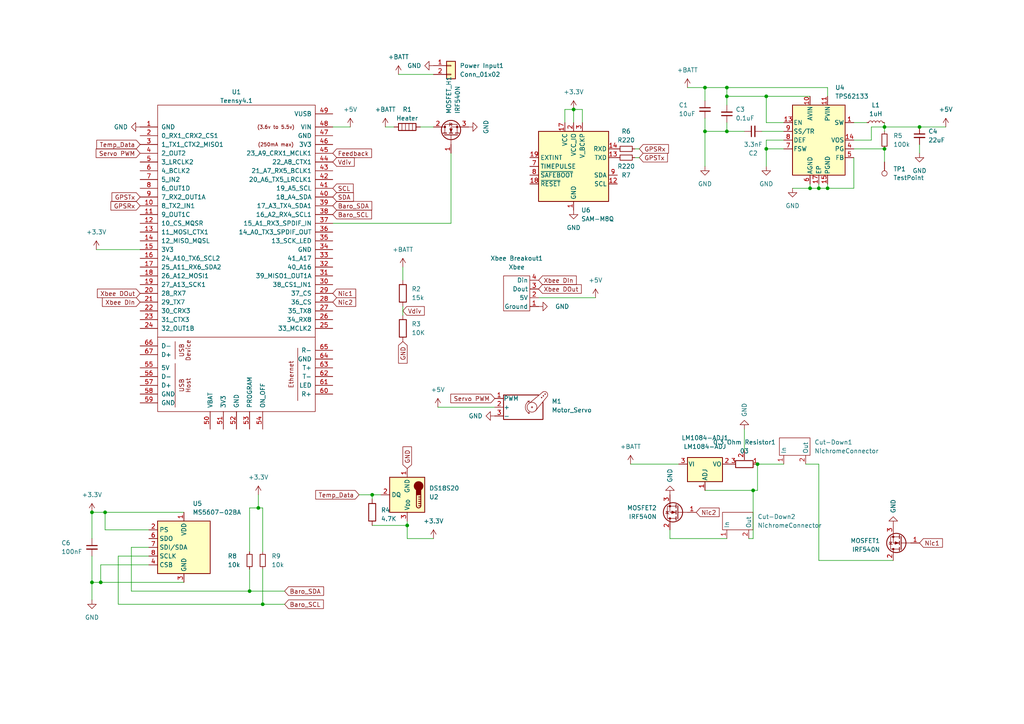
<source format=kicad_sch>
(kicad_sch (version 20230121) (generator eeschema)
  (paper "A4")
  (lib_symbols
    (symbol "Connector:TestPoint" (pin_numbers hide) (pin_names (offset 0.762) hide)
      (property "Reference" "TP" (at 0 6.858 0))
      (property "Value" "TestPoint" (at 0 5.08 0))
      (symbol "TestPoint_0_1"
        (circle (center 0 3.302) (radius 0.762))
      )
      (symbol "TestPoint_1_1"
        (pin passive line (at 0 0 90) (length 2.54) (name "1") (number "1"))
      )
    )
    (symbol "Connector_Generic:Conn_01x02" (pin_names (offset 1.016) hide)
      (property "Reference" "J" (at 0 2.54 0))
      (property "Value" "Conn_01x02" (at 0 -5.08 0))
      (symbol "Conn_01x02_1_1"
        (rectangle (start -1.27 -2.413) (end 0 -2.667) (stroke (width 0.1524)))
        (rectangle (start -1.27 0.127) (end 0 -0.127) (stroke (width 0.1524)))
        (rectangle (start -1.27 1.27) (end 1.27 -3.81) (stroke (width 0.254)) (fill (type background)))
        (pin passive line (at -5.08 0 0) (length 3.81) (name "Pin_1") (number "1"))
        (pin passive line (at -5.08 -2.54 0) (length 3.81) (name "Pin_2") (number "2"))
      )
    )
    (symbol "Device:C_Small" (pin_numbers hide) (pin_names (offset 0.254) hide)
      (property "Reference" "C" (at 0.254 1.778 0))
      (property "Value" "C_Small" (at 0.254 -2.032 0))
      (symbol "C_Small_0_1"
        (polyline (pts (xy -1.524 -0.508) (xy 1.524 -0.508)) (stroke (width 0.3302)))
        (polyline (pts (xy -1.524 0.508) (xy 1.524 0.508)) (stroke (width 0.3048)))
      )
      (symbol "C_Small_1_1"
        (pin passive line (at 0 2.54 270) (length 2.032) (name "~") (number "1"))
        (pin passive line (at 0 -2.54 90) (length 2.032) (name "~") (number "2"))
      )
    )
    (symbol "Device:Heater" (pin_numbers hide) (pin_names (offset 0))
      (property "Reference" "R" (at 2.032 0 90))
      (property "Value" "Heater" (at -2.032 0 90))
      (symbol "Heater_0_1"
        (rectangle (start -1.016 -2.54) (end 1.016 2.54) (stroke (width 0.254)))
        (polyline (pts (xy -1.016 1.524) (xy 1.016 1.524)))
        (polyline (pts (xy 1.016 -1.524) (xy -1.016 -1.524)))
        (polyline (pts (xy 1.016 -0.508) (xy -1.016 -0.508)))
        (polyline (pts (xy 1.016 0.508) (xy -1.016 0.508)))
      )
      (symbol "Heater_1_1"
        (pin passive line (at 0 3.81 270) (length 1.27) (name "~") (number "1"))
        (pin passive line (at 0 -3.81 90) (length 1.27) (name "~") (number "2"))
      )
    )
    (symbol "Device:L_Small" (pin_numbers hide) (pin_names (offset 0.254) hide)
      (property "Reference" "L" (at 0.762 1.016 0))
      (property "Value" "L_Small" (at 0.762 -1.016 0))
      (symbol "L_Small_0_1"
        (arc (start 0 -2.032) (mid 0.5058 -1.524) (end 0 -1.016))
        (arc (start 0 -1.016) (mid 0.5058 -0.508) (end 0 0))
        (arc (start 0 0) (mid 0.5058 0.508) (end 0 1.016))
        (arc (start 0 1.016) (mid 0.5058 1.524) (end 0 2.032))
      )
      (symbol "L_Small_1_1"
        (pin passive line (at 0 2.54 270) (length 0.508) (name "~") (number "1"))
        (pin passive line (at 0 -2.54 90) (length 0.508) (name "~") (number "2"))
      )
    )
    (symbol "Device:R" (pin_names (offset 0))
      (property "Reference" "R1" (at -6.35 0 90))
      (property "Value" "03" (at -3.81 0 90))
      (symbol "R_0_1"
        (rectangle (start -1.016 -2.54) (end 1.016 2.54) (stroke (width 0.254)))
      )
      (symbol "R_1_1"
        (pin passive line (at 0 3.81 270) (length 1.27) (name "~") (number "1"))
        (pin output line (at -3.81 0 0) (length 2.54) (name "") (number "2"))
        (pin passive line (at 0 -3.81 90) (length 1.27) (name "~") (number "3"))
      )
    )
    (symbol "Device:R_Small" (pin_numbers hide) (pin_names (offset 0.254) hide)
      (property "Reference" "R" (at 0.762 0.508 0))
      (property "Value" "R_Small" (at 0.762 -1.016 0))
      (symbol "R_Small_0_1"
        (rectangle (start -0.762 1.778) (end 0.762 -1.778) (stroke (width 0.2032)))
      )
      (symbol "R_Small_1_1"
        (pin passive line (at 0 2.54 270) (length 0.762) (name "~") (number "1"))
        (pin passive line (at 0 -2.54 90) (length 0.762) (name "~") (number "2"))
      )
    )
    (symbol "GHOUL:NichromeConnector"
      (property "Reference" "U" (at 0 6.35 0))
      (property "Value" "NichromeConnector" (at 0 8.89 0))
      (symbol "NichromeConnector_0_1"
        (rectangle (start -3.81 5.08) (end 5.08 0))
      )
      (symbol "NichromeConnector_1_1"
        (pin input line (at -2.54 -2.54 90) (length 2.54) (name "In") (number "1"))
        (pin input line (at 3.81 -2.54 90) (length 2.54) (name "Out") (number "2"))
      )
    )
    (symbol "GND_1" (power) (pin_names (offset 0))
      (property "Value" "GND_1" (at 0 -3.81 0))
      (symbol "GND_1_0_1"
        (polyline (pts (xy 0 0) (xy 0 -1.27) (xy 1.27 -1.27) (xy 0 -2.54) (xy -1.27 -1.27) (xy 0 -1.27)))
      )
      (symbol "GND_1_1_1"
        (pin power_in line (at 0 0 270) (length 0) hide (name "GND") (number "1"))
      )
    )
    (symbol "GND_2" (power) (pin_names (offset 0))
      (property "Value" "GND_2" (at 0 -3.81 0))
      (symbol "GND_2_0_1"
        (polyline (pts (xy 0 0) (xy 0 -1.27) (xy 1.27 -1.27) (xy 0 -2.54) (xy -1.27 -1.27) (xy 0 -1.27)))
      )
      (symbol "GND_2_1_1"
        (pin power_in line (at 0 0 270) (length 0) hide (name "GND") (number "1"))
      )
    )
    (symbol "GND_3" (power) (pin_names (offset 0))
      (property "Value" "GND_3" (at 0 -3.81 0))
      (symbol "GND_3_0_1"
        (polyline (pts (xy 0 0) (xy 0 -1.27) (xy 1.27 -1.27) (xy 0 -2.54) (xy -1.27 -1.27) (xy 0 -1.27)))
      )
      (symbol "GND_3_1_1"
        (pin power_in line (at 0 0 270) (length 0) hide (name "GND") (number "1"))
      )
    )
    (symbol "GND_4" (power) (pin_names (offset 0))
      (property "Value" "GND_4" (at 0 -3.81 0))
      (symbol "GND_4_0_1"
        (polyline (pts (xy 0 0) (xy 0 -1.27) (xy 1.27 -1.27) (xy 0 -2.54) (xy -1.27 -1.27) (xy 0 -1.27)))
      )
      (symbol "GND_4_1_1"
        (pin power_in line (at 0 0 270) (length 0) hide (name "GND") (number "1"))
      )
    )
    (symbol "GND_5" (power) (pin_names (offset 0))
      (property "Value" "GND_5" (at 0 -3.81 0))
      (symbol "GND_5_0_1"
        (polyline (pts (xy 0 0) (xy 0 -1.27) (xy 1.27 -1.27) (xy 0 -2.54) (xy -1.27 -1.27) (xy 0 -1.27)))
      )
      (symbol "GND_5_1_1"
        (pin power_in line (at 0 0 270) (length 0) hide (name "GND") (number "1"))
      )
    )
    (symbol "GND_6" (power) (pin_names (offset 0))
      (property "Value" "GND_6" (at 0 -3.81 0))
      (symbol "GND_6_0_1"
        (polyline (pts (xy 0 0) (xy 0 -1.27) (xy 1.27 -1.27) (xy 0 -2.54) (xy -1.27 -1.27) (xy 0 -1.27)))
      )
      (symbol "GND_6_1_1"
        (pin power_in line (at 0 0 270) (length 0) hide (name "GND") (number "1"))
      )
    )
    (symbol "Motor:Motor_Servo" (pin_names (offset 0.0254))
      (property "Reference" "M" (at -5.08 4.445 0))
      (property "Value" "Motor_Servo" (at -5.08 -4.064 0))
      (symbol "Motor_Servo_0_1"
        (polyline (pts (xy 2.413 -1.778) (xy 2.032 -1.778)))
        (polyline (pts (xy 2.413 -1.778) (xy 2.286 -1.397)))
        (polyline (pts (xy 2.413 1.778) (xy 1.905 1.778)))
        (polyline (pts (xy 2.413 1.778) (xy 2.286 1.397)))
        (polyline (pts (xy 6.35 4.445) (xy 2.54 1.27)))
        (polyline (pts (xy 7.62 3.175) (xy 4.191 -1.016)))
        (polyline (pts (xy 5.08 3.556) (xy -5.08 3.556) (xy -5.08 -3.556) (xy 6.35 -3.556) (xy 6.35 1.524)) (stroke (width 0.254)))
        (arc (start 2.413 1.778) (mid 1.2406 0) (end 2.413 -1.778))
        (circle (center 3.175 0) (radius 0.1778))
        (circle (center 3.175 0) (radius 1.4224))
        (circle (center 5.969 2.794) (radius 0.127))
        (circle (center 6.477 3.302) (radius 0.127))
        (circle (center 6.985 3.81) (radius 0.127))
        (arc (start 7.62 3.175) (mid 7.4485 4.2735) (end 6.35 4.445))
      )
      (symbol "Motor_Servo_1_1"
        (pin passive line (at -7.62 2.54 0) (length 2.54) (name "PWM") (number "1"))
        (pin passive line (at -7.62 0 0) (length 2.54) (name "+") (number "2"))
        (pin passive line (at -7.62 -2.54 0) (length 2.54) (name "-") (number "3"))
      )
    )
    (symbol "RF_GPS:SAM-M8Q"
      (property "Reference" "U" (at -8.89 11.43 0))
      (property "Value" "SAM-M8Q" (at 8.89 11.43 0))
      (symbol "SAM-M8Q_0_1"
        (rectangle (start -10.16 10.16) (end 10.16 -10.16) (stroke (width 0.254)) (fill (type background)))
      )
      (symbol "SAM-M8Q_1_1"
        (pin power_in line (at 0 -12.7 90) (length 2.54) (name "GND") (number "1"))
        (pin passive line (at 0 -12.7 90) (length 2.54) hide (name "GND") (number "10"))
        (pin passive line (at 0 -12.7 90) (length 2.54) hide (name "GND") (number "11"))
        (pin input line (at 12.7 -5.08 180) (length 2.54) (name "SCL") (number "12"))
        (pin output line (at 12.7 2.54 180) (length 2.54) (name "TXD") (number "13"))
        (pin input line (at 12.7 5.08 180) (length 2.54) (name "RXD") (number "14"))
        (pin passive line (at 0 -12.7 90) (length 2.54) hide (name "GND") (number "15"))
        (pin passive line (at 0 -12.7 90) (length 2.54) hide (name "GND") (number "16"))
        (pin power_in line (at -2.54 12.7 270) (length 2.54) (name "VCC") (number "17"))
        (pin input line (at -12.7 -5.08 0) (length 2.54) (name "~{RESET}") (number "18"))
        (pin input line (at -12.7 2.54 0) (length 2.54) (name "EXTINT") (number "19"))
        (pin power_in line (at 0 12.7 270) (length 2.54) (name "VCC_IO") (number "2"))
        (pin passive line (at 0 -12.7 90) (length 2.54) hide (name "GND") (number "20"))
        (pin power_in line (at 2.54 12.7 270) (length 2.54) (name "V_BCKP") (number "3"))
        (pin passive line (at 0 -12.7 90) (length 2.54) hide (name "GND") (number "4"))
        (pin passive line (at 0 -12.7 90) (length 2.54) hide (name "GND") (number "5"))
        (pin passive line (at 0 -12.7 90) (length 2.54) hide (name "GND") (number "6"))
        (pin output line (at -12.7 0 0) (length 2.54) (name "TIMEPULSE") (number "7"))
        (pin input line (at -12.7 -2.54 0) (length 2.54) (name "~{SAFEBOOT}") (number "8"))
        (pin bidirectional line (at 12.7 -2.54 180) (length 2.54) (name "SDA") (number "9"))
      )
    )
    (symbol "R_1" (pin_numbers hide) (pin_names (offset 0))
      (property "Reference" "R" (at 2.032 0 90))
      (property "Value" "R" (at 0 0 90))
      (symbol "R_1_0_1"
        (rectangle (start -1.016 -2.54) (end 1.016 2.54) (stroke (width 0.254)))
      )
      (symbol "R_1_1_1"
        (pin passive line (at 0 3.81 270) (length 1.27) (name "~") (number "1"))
        (pin passive line (at 0 -3.81 90) (length 1.27) (name "~") (number "2"))
      )
    )
    (symbol "R_2" (pin_numbers hide) (pin_names (offset 0))
      (property "Reference" "R" (at 2.032 0 90))
      (property "Value" "R" (at 0 0 90))
      (symbol "R_2_0_1"
        (rectangle (start -1.016 -2.54) (end 1.016 2.54) (stroke (width 0.254)))
      )
      (symbol "R_2_1_1"
        (pin passive line (at 0 3.81 270) (length 1.27) (name "~") (number "1"))
        (pin passive line (at 0 -3.81 90) (length 1.27) (name "~") (number "2"))
      )
    )
    (symbol "Regulator_Linear:LM1084-ADJ" (pin_names (offset 0.254))
      (property "Reference" "U" (at -3.81 3.175 0))
      (property "Value" "LM1084-ADJ" (at 0 3.175 0))
      (symbol "LM1084-ADJ_0_1"
        (rectangle (start -5.08 1.905) (end 5.08 -5.08) (stroke (width 0.254)) (fill (type background)))
      )
      (symbol "LM1084-ADJ_1_1"
        (pin input line (at 0 -7.62 90) (length 2.54) (name "ADJ") (number "1"))
        (pin power_out line (at 7.62 0 180) (length 2.54) (name "VO") (number "2"))
        (pin power_in line (at -7.62 0 0) (length 2.54) (name "VI") (number "3"))
      )
    )
    (symbol "Regulator_Switching:TPS62133" (pin_names (offset 0.254))
      (property "Reference" "U" (at 3.81 13.97 0))
      (property "Value" "TPS62133" (at 3.81 11.43 0))
      (symbol "TPS62133_0_1"
        (rectangle (start -7.62 10.16) (end 7.62 -10.16) (stroke (width 0.254)) (fill (type background)))
      )
      (symbol "TPS62133_1_1"
        (pin output line (at 10.16 5.08 180) (length 2.54) (name "SW") (number "1"))
        (pin power_in line (at -2.54 12.7 270) (length 2.54) (name "AVIN") (number "10"))
        (pin power_in line (at 2.54 12.7 270) (length 2.54) (name "PVIN") (number "11"))
        (pin passive line (at 2.54 12.7 270) (length 2.54) hide (name "PVIN") (number "12"))
        (pin input line (at -10.16 5.08 0) (length 2.54) (name "EN") (number "13"))
        (pin input line (at 10.16 0 180) (length 2.54) (name "VOS") (number "14"))
        (pin power_in line (at 2.54 -12.7 90) (length 2.54) (name "PGND") (number "15"))
        (pin passive line (at 2.54 -12.7 90) (length 2.54) hide (name "PGND") (number "16"))
        (pin power_in line (at 0 -12.7 90) (length 2.54) (name "EP") (number "17"))
        (pin passive line (at 10.16 5.08 180) (length 2.54) hide (name "SW") (number "2"))
        (pin passive line (at 10.16 5.08 180) (length 2.54) hide (name "SW") (number "3"))
        (pin open_collector line (at 10.16 -2.54 180) (length 2.54) (name "PG") (number "4"))
        (pin input line (at 10.16 -5.08 180) (length 2.54) (name "FB") (number "5"))
        (pin power_in line (at -2.54 -12.7 90) (length 2.54) (name "AGND") (number "6"))
        (pin input line (at -10.16 -2.54 0) (length 2.54) (name "FSW") (number "7"))
        (pin input line (at -10.16 0 0) (length 2.54) (name "DEF") (number "8"))
        (pin input line (at -10.16 2.54 0) (length 2.54) (name "SS/TR") (number "9"))
      )
    )
    (symbol "Sensor_Pressure:MS5607-02BA"
      (property "Reference" "U" (at -6.35 8.89 0))
      (property "Value" "MS5607-02BA" (at 7.62 8.89 0))
      (symbol "MS5607-02BA_0_1"
        (rectangle (start -7.62 7.62) (end 7.62 -7.62) (stroke (width 0.254)) (fill (type background)))
      )
      (symbol "MS5607-02BA_1_1"
        (pin power_in line (at 0 10.16 270) (length 2.54) (name "VDD") (number "1"))
        (pin input line (at -10.16 5.08 0) (length 2.54) (name "PS") (number "2"))
        (pin power_in line (at 0 -10.16 90) (length 2.54) (name "GND") (number "3"))
        (pin input line (at -10.16 -5.08 0) (length 2.54) (name "CSB") (number "4"))
        (pin input line (at -10.16 -5.08 0) (length 2.54) hide (name "CSB") (number "5"))
        (pin output line (at -10.16 2.54 0) (length 2.54) (name "SDO") (number "6"))
        (pin bidirectional line (at -10.16 0 0) (length 2.54) (name "SDI/SDA") (number "7"))
        (pin input line (at -10.16 -2.54 0) (length 2.54) (name "SCLK") (number "8"))
      )
    )
    (symbol "Sensor_Temperature:DS18S20"
      (property "Reference" "U" (at -3.81 6.35 0))
      (property "Value" "DS18S20" (at 6.35 6.35 0))
      (symbol "DS18S20_0_1"
        (rectangle (start -5.08 5.08) (end 5.08 -5.08) (stroke (width 0.254)) (fill (type background)))
        (circle (center -3.302 -2.54) (radius 1.27) (stroke (width 0.254)) (fill (type outline)))
        (rectangle (start -2.667 -1.905) (end -3.937 0) (stroke (width 0.254)) (fill (type outline)))
        (arc (start -2.667 3.175) (mid -3.302 3.8073) (end -3.937 3.175) (stroke (width 0.254)))
        (polyline (pts (xy -3.937 0.635) (xy -3.302 0.635)) (stroke (width 0.254)))
        (polyline (pts (xy -3.937 1.27) (xy -3.302 1.27)) (stroke (width 0.254)))
        (polyline (pts (xy -3.937 1.905) (xy -3.302 1.905)) (stroke (width 0.254)))
        (polyline (pts (xy -3.937 2.54) (xy -3.302 2.54)) (stroke (width 0.254)))
        (polyline (pts (xy -3.937 3.175) (xy -3.937 0)) (stroke (width 0.254)))
        (polyline (pts (xy -3.937 3.175) (xy -3.302 3.175)) (stroke (width 0.254)))
        (polyline (pts (xy -2.667 3.175) (xy -2.667 0)) (stroke (width 0.254)))
      )
      (symbol "DS18S20_1_1"
        (pin power_in line (at 0 -7.62 90) (length 2.54) (name "GND") (number "1"))
        (pin bidirectional line (at 7.62 0 180) (length 2.54) (name "DQ") (number "2"))
        (pin power_in line (at 0 7.62 270) (length 2.54) (name "V_{DD}") (number "3"))
      )
    )
    (symbol "Transistor_FET:IRF540N" (pin_names hide)
      (property "Reference" "Q" (at 6.35 1.905 0))
      (property "Value" "IRF540N" (at 6.35 0 0))
      (symbol "IRF540N_0_1"
        (polyline (pts (xy 0.254 0) (xy -2.54 0)))
        (polyline (pts (xy 0.254 1.905) (xy 0.254 -1.905)) (stroke (width 0.254)))
        (polyline (pts (xy 0.762 -1.27) (xy 0.762 -2.286)) (stroke (width 0.254)))
        (polyline (pts (xy 0.762 0.508) (xy 0.762 -0.508)) (stroke (width 0.254)))
        (polyline (pts (xy 0.762 2.286) (xy 0.762 1.27)) (stroke (width 0.254)))
        (polyline (pts (xy 2.54 2.54) (xy 2.54 1.778)))
        (polyline (pts (xy 2.54 -2.54) (xy 2.54 0) (xy 0.762 0)))
        (polyline (pts (xy 0.762 -1.778) (xy 3.302 -1.778) (xy 3.302 1.778) (xy 0.762 1.778)))
        (polyline (pts (xy 1.016 0) (xy 2.032 0.381) (xy 2.032 -0.381) (xy 1.016 0)) (fill (type outline)))
        (polyline (pts (xy 2.794 0.508) (xy 2.921 0.381) (xy 3.683 0.381) (xy 3.81 0.254)))
        (polyline (pts (xy 3.302 0.381) (xy 2.921 -0.254) (xy 3.683 -0.254) (xy 3.302 0.381)))
        (circle (center 1.651 0) (radius 2.794) (stroke (width 0.254)))
        (circle (center 2.54 -1.778) (radius 0.254) (fill (type outline)))
        (circle (center 2.54 1.778) (radius 0.254) (fill (type outline)))
      )
      (symbol "IRF540N_1_1"
        (pin input line (at -5.08 0 0) (length 2.54) (name "G") (number "1"))
        (pin passive line (at 2.54 5.08 270) (length 2.54) (name "D") (number "2"))
        (pin passive line (at 2.54 -5.08 90) (length 2.54) (name "S") (number "3"))
      )
    )
    (symbol "Xbee_1"
      (property "Reference" "U" (at 0 11.43 0))
      (property "Value" "Xbee_1" (at 0 8.89 0))
      (symbol "Xbee_1_0_1"
        (rectangle (start -3.81 5.08) (end 3.81 -5.08))
      )
      (symbol "Xbee_1_1_1"
        (pin input line (at -6.35 3.81 0) (length 2.54) (name "Ground") (number "1"))
        (pin input line (at -6.35 1.27 0) (length 2.54) (name "5V") (number "2"))
        (pin input line (at -6.35 -1.27 0) (length 2.54) (name "Dout") (number "3"))
        (pin input line (at -6.35 -3.81 0) (length 2.54) (name "Din") (number "4"))
      )
    )
    (symbol "power:+3.3V" (power) (pin_names (offset 0))
      (property "Value" "+3.3V" (at 0 3.556 0))
      (symbol "+3.3V_0_1"
        (polyline (pts (xy -0.762 1.27) (xy 0 2.54)))
        (polyline (pts (xy 0 0) (xy 0 2.54)))
        (polyline (pts (xy 0 2.54) (xy 0.762 1.27)))
      )
      (symbol "+3.3V_1_1"
        (pin power_in line (at 0 0 90) (length 0) hide (name "+3.3V") (number "1"))
      )
    )
    (symbol "power:+5V" (power) (pin_names (offset 0))
      (property "Value" "+5V" (at 0 3.556 0))
      (symbol "+5V_0_1"
        (polyline (pts (xy -0.762 1.27) (xy 0 2.54)))
        (polyline (pts (xy 0 0) (xy 0 2.54)))
        (polyline (pts (xy 0 2.54) (xy 0.762 1.27)))
      )
      (symbol "+5V_1_1"
        (pin power_in line (at 0 0 90) (length 0) hide (name "+5V") (number "1"))
      )
    )
    (symbol "power:+BATT" (power) (pin_names (offset 0))
      (property "Value" "+BATT" (at 0 3.556 0))
      (symbol "+BATT_0_1"
        (polyline (pts (xy -0.762 1.27) (xy 0 2.54)))
        (polyline (pts (xy 0 0) (xy 0 2.54)))
        (polyline (pts (xy 0 2.54) (xy 0.762 1.27)))
      )
      (symbol "+BATT_1_1"
        (pin power_in line (at 0 0 90) (length 0) hide (name "+BATT") (number "1"))
      )
    )
    (symbol "power:GND" (power) (pin_names (offset 0))
      (property "Value" "GND" (at 0 -3.81 0))
      (symbol "GND_0_1"
        (polyline (pts (xy 0 0) (xy 0 -1.27) (xy 1.27 -1.27) (xy 0 -2.54) (xy -1.27 -1.27) (xy 0 -1.27)))
      )
      (symbol "GND_1_1"
        (pin power_in line (at 0 0 270) (length 0) hide (name "GND") (number "1"))
      )
    )
    (symbol "teensy:Teensy4.1" (pin_names (offset 1.016))
      (property "Reference" "U" (at 0 64.77 0))
      (property "Value" "Teensy4.1" (at 0 62.23 0))
      (symbol "Teensy4.1_0_0"
        (polyline (pts (xy -22.86 -6.35) (xy 22.86 -6.35)))
        (polyline (pts (xy -17.78 -26.67) (xy -17.78 -13.97)))
        (polyline (pts (xy -17.78 -7.62) (xy -17.78 -12.7)))
        (polyline (pts (xy 17.78 -9.525) (xy 17.78 -24.765)))
        (text "(250mA max)" (at 11.43 49.53 0) (effects (font (size 1.016 1.016))))
        (text "(3.6v to 5.5v)" (at 11.43 54.61 0) (effects (font (size 1.016 1.016))))
        (text "Device" (at -13.97 -10.16 900) (effects (font (size 1.27 1.27))))
        (text "Ethernet" (at 15.875 -17.145 900) (effects (font (size 1.27 1.27))))
        (text "Host" (at -13.97 -20.32 900) (effects (font (size 1.27 1.27))))
        (text "USB" (at -15.875 -20.32 900) (effects (font (size 1.27 1.27))))
        (text "USB" (at -15.875 -10.16 900) (effects (font (size 1.27 1.27))))
        (pin bidirectional line (at -27.94 31.75 0) (length 5.08) (name "8_TX2_IN1") (number "10"))
        (pin bidirectional line (at -27.94 29.21 0) (length 5.08) (name "9_OUT1C") (number "11"))
        (pin bidirectional line (at -27.94 26.67 0) (length 5.08) (name "10_CS_MQSR") (number "12"))
        (pin bidirectional line (at -27.94 24.13 0) (length 5.08) (name "11_MOSI_CTX1") (number "13"))
        (pin bidirectional line (at -27.94 21.59 0) (length 5.08) (name "12_MISO_MQSL") (number "14"))
        (pin power_in line (at -27.94 19.05 0) (length 5.08) (name "3V3") (number "15"))
        (pin bidirectional line (at -27.94 16.51 0) (length 5.08) (name "24_A10_TX6_SCL2") (number "16"))
        (pin bidirectional line (at -27.94 13.97 0) (length 5.08) (name "25_A11_RX6_SDA2") (number "17"))
        (pin bidirectional line (at -27.94 11.43 0) (length 5.08) (name "26_A12_MOSI1") (number "18"))
        (pin bidirectional line (at -27.94 8.89 0) (length 5.08) (name "27_A13_SCK1") (number "19"))
        (pin bidirectional line (at -27.94 6.35 0) (length 5.08) (name "28_RX7") (number "20"))
        (pin bidirectional line (at -27.94 3.81 0) (length 5.08) (name "29_TX7") (number "21"))
        (pin bidirectional line (at -27.94 1.27 0) (length 5.08) (name "30_CRX3") (number "22"))
        (pin bidirectional line (at -27.94 -1.27 0) (length 5.08) (name "31_CTX3") (number "23"))
        (pin bidirectional line (at -27.94 -3.81 0) (length 5.08) (name "32_OUT1B") (number "24"))
        (pin bidirectional line (at 27.94 -3.81 180) (length 5.08) (name "33_MCLK2") (number "25"))
        (pin bidirectional line (at 27.94 -1.27 180) (length 5.08) (name "34_RX8") (number "26"))
        (pin bidirectional line (at 27.94 1.27 180) (length 5.08) (name "35_TX8") (number "27"))
        (pin bidirectional line (at 27.94 3.81 180) (length 5.08) (name "36_CS") (number "28"))
        (pin bidirectional line (at 27.94 6.35 180) (length 5.08) (name "37_CS") (number "29"))
        (pin bidirectional line (at 27.94 8.89 180) (length 5.08) (name "38_CS1_IN1") (number "30"))
        (pin bidirectional line (at 27.94 11.43 180) (length 5.08) (name "39_MISO1_OUT1A") (number "31"))
        (pin bidirectional line (at 27.94 13.97 180) (length 5.08) (name "40_A16") (number "32"))
        (pin bidirectional line (at 27.94 16.51 180) (length 5.08) (name "41_A17") (number "33"))
        (pin bidirectional line (at 27.94 21.59 180) (length 5.08) (name "13_SCK_LED") (number "35"))
        (pin bidirectional line (at 27.94 24.13 180) (length 5.08) (name "14_A0_TX3_SPDIF_OUT") (number "36"))
        (pin bidirectional line (at 27.94 26.67 180) (length 5.08) (name "15_A1_RX3_SPDIF_IN") (number "37"))
        (pin bidirectional line (at 27.94 29.21 180) (length 5.08) (name "16_A2_RX4_SCL1") (number "38"))
        (pin bidirectional line (at 27.94 31.75 180) (length 5.08) (name "17_A3_TX4_SDA1") (number "39"))
        (pin bidirectional line (at 27.94 34.29 180) (length 5.08) (name "18_A4_SDA") (number "40"))
        (pin bidirectional line (at 27.94 36.83 180) (length 5.08) (name "19_A5_SCL") (number "41"))
        (pin bidirectional line (at 27.94 39.37 180) (length 5.08) (name "20_A6_TX5_LRCLK1") (number "42"))
        (pin bidirectional line (at 27.94 41.91 180) (length 5.08) (name "21_A7_RX5_BCLK1") (number "43"))
        (pin bidirectional line (at 27.94 44.45 180) (length 5.08) (name "22_A8_CTX1") (number "44"))
        (pin bidirectional line (at 27.94 46.99 180) (length 5.08) (name "23_A9_CRX1_MCLK1") (number "45"))
        (pin output line (at 27.94 49.53 180) (length 5.08) (name "3V3") (number "46"))
        (pin output line (at 27.94 52.07 180) (length 5.08) (name "GND") (number "47"))
        (pin power_in line (at 27.94 54.61 180) (length 5.08) (name "VIN") (number "48"))
        (pin power_out line (at 27.94 58.42 180) (length 5.08) (name "VUSB") (number "49"))
        (pin bidirectional line (at -27.94 44.45 0) (length 5.08) (name "3_LRCLK2") (number "5"))
        (pin power_in line (at -7.62 -33.02 90) (length 5.08) (name "VBAT") (number "50"))
        (pin power_in line (at -3.81 -33.02 90) (length 5.08) (name "3V3") (number "51"))
        (pin input line (at 0 -33.02 90) (length 5.08) (name "GND") (number "52"))
        (pin input line (at 3.81 -33.02 90) (length 5.08) (name "PROGRAM") (number "53"))
        (pin input line (at 7.62 -33.02 90) (length 5.08) (name "ON_OFF") (number "54"))
        (pin power_out line (at -27.94 -15.24 0) (length 5.08) (name "5V") (number "55"))
        (pin bidirectional line (at -27.94 -17.78 0) (length 5.08) (name "D-") (number "56"))
        (pin bidirectional line (at -27.94 -20.32 0) (length 5.08) (name "D+") (number "57"))
        (pin power_in line (at -27.94 -22.86 0) (length 5.08) (name "GND") (number "58"))
        (pin power_in line (at -27.94 -25.4 0) (length 5.08) (name "GND") (number "59"))
        (pin bidirectional line (at -27.94 41.91 0) (length 5.08) (name "4_BCLK2") (number "6"))
        (pin bidirectional line (at 27.94 -22.86 180) (length 5.08) (name "R+") (number "60"))
        (pin bidirectional line (at 27.94 -20.32 180) (length 5.08) (name "LED") (number "61"))
        (pin bidirectional line (at 27.94 -17.78 180) (length 5.08) (name "T-") (number "62"))
        (pin bidirectional line (at 27.94 -15.24 180) (length 5.08) (name "T+") (number "63"))
        (pin power_in line (at 27.94 -12.7 180) (length 5.08) (name "GND") (number "64"))
        (pin bidirectional line (at 27.94 -10.16 180) (length 5.08) (name "R-") (number "65"))
        (pin bidirectional line (at -27.94 -8.89 0) (length 5.08) (name "D-") (number "66"))
        (pin bidirectional line (at -27.94 -11.43 0) (length 5.08) (name "D+") (number "67"))
        (pin bidirectional line (at -27.94 39.37 0) (length 5.08) (name "5_IN2") (number "7"))
        (pin bidirectional line (at -27.94 36.83 0) (length 5.08) (name "6_OUT1D") (number "8"))
        (pin bidirectional line (at -27.94 34.29 0) (length 5.08) (name "7_RX2_OUT1A") (number "9"))
      )
      (symbol "Teensy4.1_0_1"
        (rectangle (start -22.86 60.96) (end 22.86 -27.94))
        (rectangle (start -20.32 -1.27) (end -20.32 -1.27))
      )
      (symbol "Teensy4.1_1_1"
        (pin power_in line (at -27.94 54.61 0) (length 5.08) (name "GND") (number "1"))
        (pin bidirectional line (at -27.94 52.07 0) (length 5.08) (name "0_RX1_CRX2_CS1") (number "2"))
        (pin bidirectional line (at -27.94 49.53 0) (length 5.08) (name "1_TX1_CTX2_MISO1") (number "3"))
        (pin power_in line (at 27.94 19.05 180) (length 5.08) (name "GND") (number "34"))
        (pin bidirectional line (at -27.94 46.99 0) (length 5.08) (name "2_OUT2") (number "4"))
      )
    )
  )
  (junction (at 74.93 147.32))
  (junction (at 222.25 43.18))
  (junction (at 204.47 25.4))
  (junction (at 222.25 27.94))
  (junction (at 210.82 27.94))
  (junction (at 29.21 168.91))
  (junction (at 218.44 142.24))
  (junction (at 240.03 54.61))
  (junction (at 166.37 31.75))
  (junction (at 256.54 43.18))
  (junction (at 72.39 171.45))
  (junction (at 256.54 36.83))
  (junction (at 234.95 54.61))
  (junction (at 26.67 168.91))
  (junction (at 210.82 25.4))
  (junction (at 204.47 38.1))
  (junction (at 210.82 38.1))
  (junction (at 237.49 54.61))
  (junction (at 266.7 36.83))
  (junction (at 118.11 152.4))
  (junction (at 26.67 148.59))
  (junction (at 219.71 134.62))
  (junction (at 76.2 175.26))
  (junction (at 30.48 148.59))
  (junction (at 107.95 143.51))
  (wire (pts (xy 204.47 38.1) (xy 204.47 48.26)))
  (wire (pts (xy 210.82 27.94) (xy 210.82 30.48)))
  (wire (pts (xy 204.47 25.4) (xy 210.82 25.4)))
  (wire (pts (xy 210.82 25.4) (xy 240.03 25.4)))
  (wire (pts (xy 26.67 161.29) (xy 26.67 168.91)))
  (wire (pts (xy 107.95 143.51) (xy 107.95 144.78)))
  (wire (pts (xy 222.25 40.64) (xy 222.25 43.18)))
  (wire (pts (xy 256.54 43.18) (xy 256.54 46.99)))
  (wire (pts (xy 194.31 156.21) (xy 210.82 156.21)))
  (wire (pts (xy 210.82 25.4) (xy 210.82 27.94)))
  (wire (pts (xy 72.39 171.45) (xy 38.1 171.45)))
  (wire (pts (xy 182.88 134.62) (xy 196.85 134.62)))
  (wire (pts (xy 247.65 43.18) (xy 256.54 43.18)))
  (wire (pts (xy 76.2 160.02) (xy 76.2 147.32)))
  (wire (pts (xy 247.65 54.61) (xy 240.03 54.61)))
  (wire (pts (xy 237.49 134.62) (xy 237.49 162.56)))
  (wire (pts (xy 237.49 134.62) (xy 233.68 134.62)))
  (wire (pts (xy 29.21 163.83) (xy 29.21 168.91)))
  (wire (pts (xy 43.18 161.29) (xy 34.29 161.29)))
  (wire (pts (xy 74.93 147.32) (xy 74.93 143.51)))
  (wire (pts (xy 27.94 72.39) (xy 40.64 72.39)))
  (wire (pts (xy 240.03 54.61) (xy 237.49 54.61)))
  (wire (pts (xy 240.03 53.34) (xy 240.03 54.61)))
  (wire (pts (xy 34.29 161.29) (xy 34.29 175.26)))
  (wire (pts (xy 72.39 165.1) (xy 72.39 171.45)))
  (wire (pts (xy 110.49 143.51) (xy 107.95 143.51)))
  (wire (pts (xy 266.7 41.91) (xy 266.7 44.45)))
  (wire (pts (xy 29.21 168.91) (xy 53.34 168.91)))
  (wire (pts (xy 222.25 27.94) (xy 222.25 35.56)))
  (wire (pts (xy 29.21 163.83) (xy 43.18 163.83)))
  (wire (pts (xy 30.48 148.59) (xy 53.34 148.59)))
  (wire (pts (xy 72.39 171.45) (xy 82.55 171.45)))
  (wire (pts (xy 256.54 36.83) (xy 256.54 35.56)))
  (wire (pts (xy 210.82 35.56) (xy 210.82 38.1)))
  (wire (pts (xy 184.15 45.72) (xy 185.42 45.72)))
  (wire (pts (xy 111.76 36.83) (xy 114.3 36.83)))
  (wire (pts (xy 259.08 162.56) (xy 237.49 162.56)))
  (wire (pts (xy 256.54 36.83) (xy 266.7 36.83)))
  (wire (pts (xy 234.95 53.34) (xy 234.95 54.61)))
  (wire (pts (xy 199.39 25.4) (xy 204.47 25.4)))
  (wire (pts (xy 43.18 158.75) (xy 38.1 158.75)))
  (wire (pts (xy 204.47 38.1) (xy 210.82 38.1)))
  (wire (pts (xy 107.95 152.4) (xy 118.11 152.4)))
  (wire (pts (xy 218.44 156.21) (xy 217.17 156.21)))
  (wire (pts (xy 76.2 175.26) (xy 76.2 165.1)))
  (wire (pts (xy 43.18 153.67) (xy 30.48 153.67)))
  (wire (pts (xy 204.47 34.29) (xy 204.47 38.1)))
  (wire (pts (xy 30.48 153.67) (xy 30.48 148.59)))
  (wire (pts (xy 237.49 53.34) (xy 237.49 54.61)))
  (wire (pts (xy 96.52 36.83) (xy 101.6 36.83)))
  (wire (pts (xy 156.21 86.36) (xy 172.72 86.36)))
  (wire (pts (xy 163.83 35.56) (xy 163.83 31.75)))
  (wire (pts (xy 26.67 168.91) (xy 29.21 168.91)))
  (wire (pts (xy 219.71 134.62) (xy 227.33 134.62)))
  (wire (pts (xy 215.9 124.46) (xy 215.9 130.81)))
  (wire (pts (xy 116.84 88.9) (xy 116.84 91.44)))
  (wire (pts (xy 247.65 35.56) (xy 251.46 35.56)))
  (wire (pts (xy 166.37 31.75) (xy 168.91 31.75)))
  (wire (pts (xy 26.67 148.59) (xy 26.67 156.21)))
  (wire (pts (xy 127 118.11) (xy 143.51 118.11)))
  (wire (pts (xy 219.71 142.24) (xy 219.71 134.62)))
  (wire (pts (xy 130.81 44.45) (xy 130.81 64.77)))
  (wire (pts (xy 240.03 25.4) (xy 240.03 27.94)))
  (wire (pts (xy 72.39 147.32) (xy 72.39 160.02)))
  (wire (pts (xy 168.91 31.75) (xy 168.91 35.56)))
  (wire (pts (xy 218.44 142.24) (xy 219.71 142.24)))
  (wire (pts (xy 104.14 143.51) (xy 107.95 143.51)))
  (wire (pts (xy 74.93 147.32) (xy 72.39 147.32)))
  (wire (pts (xy 266.7 36.83) (xy 274.32 36.83)))
  (wire (pts (xy 26.67 173.99) (xy 26.67 168.91)))
  (wire (pts (xy 76.2 175.26) (xy 82.55 175.26)))
  (wire (pts (xy 118.11 156.21) (xy 125.73 156.21)))
  (wire (pts (xy 185.42 43.18) (xy 184.15 43.18)))
  (wire (pts (xy 252.73 40.64) (xy 252.73 36.83)))
  (wire (pts (xy 118.11 156.21) (xy 118.11 152.4)))
  (wire (pts (xy 116.84 77.47) (xy 116.84 81.28)))
  (wire (pts (xy 194.31 153.67) (xy 194.31 156.21)))
  (wire (pts (xy 256.54 38.1) (xy 256.54 36.83)))
  (wire (pts (xy 130.81 64.77) (xy 96.52 64.77)))
  (wire (pts (xy 247.65 45.72) (xy 247.65 54.61)))
  (wire (pts (xy 222.25 27.94) (xy 234.95 27.94)))
  (wire (pts (xy 220.98 38.1) (xy 227.33 38.1)))
  (wire (pts (xy 222.25 35.56) (xy 227.33 35.56)))
  (wire (pts (xy 26.67 148.59) (xy 30.48 148.59)))
  (wire (pts (xy 76.2 147.32) (xy 74.93 147.32)))
  (wire (pts (xy 222.25 43.18) (xy 222.25 48.26)))
  (wire (pts (xy 204.47 25.4) (xy 204.47 29.21)))
  (wire (pts (xy 163.83 31.75) (xy 166.37 31.75)))
  (wire (pts (xy 115.57 21.59) (xy 125.73 21.59)))
  (wire (pts (xy 252.73 36.83) (xy 256.54 36.83)))
  (wire (pts (xy 210.82 27.94) (xy 222.25 27.94)))
  (wire (pts (xy 218.44 142.24) (xy 218.44 156.21)))
  (wire (pts (xy 118.11 152.4) (xy 118.11 151.13)))
  (wire (pts (xy 227.33 40.64) (xy 222.25 40.64)))
  (wire (pts (xy 222.25 43.18) (xy 227.33 43.18)))
  (wire (pts (xy 247.65 40.64) (xy 252.73 40.64)))
  (wire (pts (xy 210.82 38.1) (xy 215.9 38.1)))
  (wire (pts (xy 34.29 175.26) (xy 76.2 175.26)))
  (wire (pts (xy 121.92 36.83) (xy 125.73 36.83)))
  (wire (pts (xy 166.37 31.75) (xy 166.37 35.56)))
  (wire (pts (xy 38.1 158.75) (xy 38.1 171.45)))
  (wire (pts (xy 234.95 54.61) (xy 229.87 54.61)))
  (wire (pts (xy 204.47 142.24) (xy 218.44 142.24)))
  (wire (pts (xy 237.49 54.61) (xy 234.95 54.61)))
  (global_label "Nic2" (shape input) (at 201.93 148.59 0) (property "Intersheetrefs" "${INTERSHEET_REFS}" (effects hide)))
  (global_label "GPSRx" (shape input) (at 185.42 43.18 0) (property "Intersheetrefs" "${INTERSHEET_REFS}" (effects hide)))
  (global_label "Xbee DIn" (shape input) (at 156.21 81.28 0) (property "Intersheetrefs" "${INTERSHEET_REFS}" (effects hide)))
  (global_label "Vdiv" (shape input) (at 96.52 46.99 0) (property "Intersheetrefs" "${INTERSHEET_REFS}" (effects hide)))
  (global_label "Feedback" (shape input) (at 96.52 44.45 0) (property "Intersheetrefs" "${INTERSHEET_REFS}" (effects hide)))
  (global_label "GPSTx" (shape input) (at 40.64 57.15 180) (property "Intersheetrefs" "${INTERSHEET_REFS}" (effects hide)))
  (global_label "Xbee DOut" (shape input) (at 156.21 83.82 0) (property "Intersheetrefs" "${INTERSHEET_REFS}" (effects hide)))
  (global_label "GPSRx" (shape input) (at 40.64 59.69 180) (property "Intersheetrefs" "${INTERSHEET_REFS}" (effects hide)))
  (global_label "Baro_SDA" (shape input) (at 82.55 171.45 0) (property "Intersheetrefs" "${INTERSHEET_REFS}" (effects hide)))
  (global_label "GPSTx" (shape input) (at 185.42 45.72 0) (property "Intersheetrefs" "${INTERSHEET_REFS}" (effects hide)))
  (global_label "Xbee DOut" (shape input) (at 40.64 85.09 180) (property "Intersheetrefs" "${INTERSHEET_REFS}" (effects hide)))
  (global_label "Temp_Data" (shape input) (at 104.14 143.51 180) (property "Intersheetrefs" "${INTERSHEET_REFS}" (effects hide)))
  (global_label "GND" (shape input) (at 118.11 135.89 90) (property "Intersheetrefs" "${INTERSHEET_REFS}" (effects hide)))
  (global_label "SDA" (shape input) (at 96.52 57.15 0) (property "Intersheetrefs" "${INTERSHEET_REFS}" (effects hide)))
  (global_label "SCL" (shape input) (at 96.52 54.61 0) (property "Intersheetrefs" "${INTERSHEET_REFS}" (effects hide)))
  (global_label "Baro_SCL" (shape input) (at 82.55 175.26 0) (property "Intersheetrefs" "${INTERSHEET_REFS}" (effects hide)))
  (global_label "Servo PWM" (shape input) (at 40.64 44.45 180) (property "Intersheetrefs" "${INTERSHEET_REFS}" (effects hide)))
  (global_label "Baro_SCL" (shape input) (at 96.52 62.23 0) (property "Intersheetrefs" "${INTERSHEET_REFS}" (effects hide)))
  (global_label "GND" (shape input) (at 116.84 99.06 270) (property "Intersheetrefs" "${INTERSHEET_REFS}" (effects hide)))
  (global_label "Nic2" (shape input) (at 96.52 87.63 0) (property "Intersheetrefs" "${INTERSHEET_REFS}" (effects hide)))
  (global_label "Baro_SDA" (shape input) (at 96.52 59.69 0) (property "Intersheetrefs" "${INTERSHEET_REFS}" (effects hide)))
  (global_label "Servo PWM" (shape input) (at 143.51 115.57 180) (property "Intersheetrefs" "${INTERSHEET_REFS}" (effects hide)))
  (global_label "Nic1" (shape input) (at 266.7 157.48 0) (property "Intersheetrefs" "${INTERSHEET_REFS}" (effects hide)))
  (global_label "Vdiv" (shape input) (at 116.84 90.17 0) (property "Intersheetrefs" "${INTERSHEET_REFS}" (effects hide)))
  (global_label "Xbee DIn" (shape input) (at 40.64 87.63 180) (property "Intersheetrefs" "${INTERSHEET_REFS}" (effects hide)))
  (global_label "Nic1" (shape input) (at 96.52 85.09 0) (property "Intersheetrefs" "${INTERSHEET_REFS}" (effects hide)))
  (global_label "Temp_Data" (shape input) (at 40.64 41.91 180) (property "Intersheetrefs" "${INTERSHEET_REFS}" (effects hide)))
  (symbol (lib_id "Connector:TestPoint") (at 256.54 46.99 180) (unit 1)
    (property "Reference" "TP1" (at 259.08 49.022 0) (effects (justify right)))
    (property "Value" "TestPoint" (at 259.08 51.562 0) (effects (justify right)))
    (property "Footprint" "TestPoint:TestPoint_Keystone_5000-5004_Miniature" (effects hide))
  )
  (symbol (lib_id "Device:C_Small") (at 266.7 39.37 0) (unit 1)
    (property "Reference" "C4" (at 269.24 38.1063 0) (effects (justify left)))
    (property "Value" "22uF" (at 269.24 40.6463 0) (effects (justify left)))
    (property "Footprint" "Capacitor_SMD:C_0603_1608Metric_Pad1.08x0.95mm_HandSolder" (effects hide))
  )
  (symbol (lib_name "GND_6") (lib_id "power:GND") (at 26.67 173.99 0) (unit 1)
    (property "Reference" "#PWR012" (effects hide))
    (property "Value" "GND" (at 26.67 179.07 0))
  )
  (symbol (lib_id "power:+BATT") (at 182.88 134.62 0) (unit 1)
    (property "Reference" "#PWR013" (effects hide))
    (property "Value" "+BATT" (at 182.88 129.54 0))
  )
  (symbol (lib_id "Device:R_Small") (at 76.2 162.56 0) (unit 1)
    (property "Reference" "R9" (at 78.74 161.29 0) (effects (justify left)))
    (property "Value" "10k" (at 78.74 163.83 0) (effects (justify left)))
    (property "Footprint" "Resistor_SMD:R_0603_1608Metric_Pad0.98x0.95mm_HandSolder" (effects hide))
  )
  (symbol (lib_id "GHOUL:NichromeConnector") (at 213.36 153.67 0) (unit 1)
    (property "Reference" "Cut-Down2" (at 219.71 149.86 0) (effects (justify left)))
    (property "Value" "NichromeConnector" (at 219.71 152.4 0) (effects (justify left)))
    (property "Footprint" "Connector_JST:JST_EH_B2B-EH-A_1x02_P2.50mm_Vertical" (effects hide))
  )
  (symbol (lib_id "Device:L_Small") (at 254 35.56 90) (unit 1)
    (property "Reference" "L1" (at 254 30.48 90))
    (property "Value" "1uH" (at 254 33.02 90))
    (property "Footprint" "Inductor_SMD:L_Coilcraft_XxL4040" (effects hide))
  )
  (symbol (lib_id "Device:C_Small") (at 210.82 33.02 180) (unit 1)
    (property "Reference" "C3" (at 213.36 31.7436 0) (effects (justify right)))
    (property "Value" "0.1uF" (at 213.36 34.2836 0) (effects (justify right)))
    (property "Footprint" "Capacitor_SMD:C_0603_1608Metric_Pad1.08x0.95mm_HandSolder" (effects hide))
  )
  (symbol (lib_id "power:+5V") (at 274.32 36.83 0) (unit 1)
    (property "Reference" "#PWR06" (effects hide))
    (property "Value" "+5V" (at 274.32 31.75 0))
  )
  (symbol (lib_id "power:+5V") (at 101.6 36.83 0) (unit 1)
    (property "Reference" "#PWR015" (effects hide))
    (property "Value" "+5V" (at 101.6 31.75 0))
  )
  (symbol (lib_id "Transistor_FET:IRF540N") (at 196.85 148.59 180) (unit 1)
    (property "Reference" "MOSFET2" (at 190.5 147.32 0) (effects (justify left)))
    (property "Value" "IRF540N" (at 190.5 149.86 0) (effects (justify left)))
    (property "Footprint" "Package_TO_SOT_SMD:TO-252-2" (effects hide))
    (property "Datasheet" "http://www.irf.com/product-info/datasheets/data/irf540n.pdf" (effects hide))
  )
  (symbol (lib_id "Device:R_Small") (at 256.54 40.64 0) (unit 1)
    (property "Reference" "R5" (at 259.08 39.37 0) (effects (justify left)))
    (property "Value" "100k" (at 259.08 41.91 0) (effects (justify left)))
    (property "Footprint" "Resistor_SMD:R_0603_1608Metric_Pad0.98x0.95mm_HandSolder" (effects hide))
  )
  (symbol (lib_id "Device:Heater") (at 118.11 36.83 90) (unit 1)
    (property "Reference" "R1" (at 118.11 31.75 90))
    (property "Value" "Heater" (at 118.11 34.29 90))
    (property "Footprint" "Connector_JST:JST_EH_B2B-EH-A_1x02_P2.50mm_Vertical" (effects hide))
  )
  (symbol (lib_name "GND_2") (lib_id "power:GND") (at 204.47 48.26 0) (unit 1)
    (property "Reference" "#PWR03" (effects hide))
    (property "Value" "GND" (at 204.47 53.34 0))
  )
  (symbol (lib_name "R_1") (lib_id "Device:R") (at 116.84 95.25 0) (unit 1)
    (property "Reference" "R3" (at 119.38 93.98 0) (effects (justify left)))
    (property "Value" "10K" (at 119.38 96.52 0) (effects (justify left)))
    (property "Footprint" "Resistor_THT:R_Axial_DIN0204_L3.6mm_D1.6mm_P7.62mm_Horizontal" (effects hide))
  )
  (symbol (lib_id "power:+3.3V") (at 26.67 148.59 0) (unit 1)
    (property "Reference" "#PWR010" (effects hide))
    (property "Value" "+3.3V" (at 26.67 143.51 0))
  )
  (symbol (lib_id "Regulator_Linear:LM1084-ADJ") (at 204.47 134.62 0) (unit 1)
    (property "Reference" "LM1084-ADJ1" (at 204.47 127 0))
    (property "Value" "LM1084-ADJ" (at 204.47 129.54 0))
    (property "Footprint" "Package_TO_SOT_SMD:TO-263-3_TabPin2" (effects hide))
    (property "Datasheet" "http://www.ti.com/lit/ds/symlink/lm1084.pdf" (effects hide))
  )
  (symbol (lib_id "Device:R_Small") (at 72.39 162.56 180) (unit 1)
    (property "Reference" "R8" (at 66.04 161.29 0) (effects (justify right)))
    (property "Value" "10k" (at 66.04 163.83 0) (effects (justify right)))
    (property "Footprint" "Resistor_SMD:R_0603_1608Metric_Pad0.98x0.95mm_HandSolder" (effects hide))
  )
  (symbol (lib_id "Device:R") (at 215.9 134.62 270) (unit 1)
    (property "Reference" "0.3 Ohm Resistor1" (at 215.9 128.27 90))
    (property "Value" "03" (at 215.9 130.81 90))
    (property "Footprint" "Package_TO_SOT_SMD:TO-263-2" (effects hide))
  )
  (symbol (lib_id "power:GND") (at 40.64 36.83 270) (unit 1)
    (property "Reference" "#PWR0106" (effects hide))
    (property "Value" "GND" (at 33.02 36.83 90) (effects (justify left)))
  )
  (symbol (lib_id "power:+BATT") (at 116.84 77.47 0) (unit 1)
    (property "Reference" "#PWR020" (effects hide))
    (property "Value" "+BATT" (at 116.84 72.39 0))
  )
  (symbol (lib_id "Sensor_Temperature:DS18S20") (at 118.11 143.51 180) (unit 1)
    (property "Reference" "U2" (at 124.46 144.145 0) (effects (justify right)))
    (property "Value" "DS18S20" (at 124.46 141.605 0) (effects (justify right)))
    (property "Footprint" "Connector_JST:JST_EH_B3B-EH-A_1x03_P2.50mm_Vertical" (effects hide))
    (property "Datasheet" "http://datasheets.maximintegrated.com/en/ds/DS18S20.pdf" (effects hide))
  )
  (symbol (lib_id "Transistor_FET:IRF540N") (at 130.81 39.37 90) (unit 1)
    (property "Reference" "MOSFET_H1" (at 130.175 33.02 0) (effects (justify left)))
    (property "Value" "IRF540N" (at 132.715 33.02 0) (effects (justify left)))
    (property "Footprint" "Package_TO_SOT_SMD:TO-252-2" (effects hide))
    (property "Datasheet" "http://www.irf.com/product-info/datasheets/data/irf540n.pdf" (effects hide))
  )
  (symbol (lib_name "GND_3") (lib_id "power:GND") (at 229.87 54.61 0) (unit 1)
    (property "Reference" "#PWR04" (effects hide))
    (property "Value" "GND" (at 229.87 59.69 0))
  )
  (symbol (lib_id "Regulator_Switching:TPS62133") (at 237.49 40.64 0) (unit 1)
    (property "Reference" "U4" (at 242.2241 25.4 0) (effects (justify left)))
    (property "Value" "TPS62133" (at 242.2241 27.94 0) (effects (justify left)))
    (property "Footprint" "Package_DFN_QFN:VQFN-16-1EP_3x3mm_P0.5mm_EP1.68x1.68mm_ThermalVias" (effects hide))
    (property "Datasheet" "http://www.ti.com/lit/ds/symlink/tps62130.pdf" (effects hide))
  )
  (symbol (lib_id "power:GND") (at 259.08 152.4 180) (unit 1)
    (property "Reference" "#PWR0105" (effects hide))
    (property "Value" "GND" (at 259.08 144.78 90) (effects (justify left)))
  )
  (symbol (lib_id "power:+5V") (at 172.72 86.36 0) (unit 1)
    (property "Reference" "#PWR016" (effects hide))
    (property "Value" "+5V" (at 172.72 81.28 0))
  )
  (symbol (lib_name "Xbee_1") (lib_id "GHOUL:Xbee") (at 149.86 85.09 180) (unit 1)
    (property "Reference" "Xbee Breakout1" (at 149.86 74.93 0))
    (property "Value" "Xbee" (at 149.86 77.47 0))
    (property "Footprint" "GHOULFootPrints:XBee Explorer" (effects hide))
  )
  (symbol (lib_id "power:+BATT") (at 199.39 25.4 0) (unit 1)
    (property "Reference" "#PWR07" (effects hide))
    (property "Value" "+BATT" (at 199.39 20.32 0))
  )
  (symbol (lib_id "RF_GPS:SAM-M8Q") (at 166.37 48.26 0) (unit 1)
    (property "Reference" "U6" (at 168.5641 60.96 0) (effects (justify left)))
    (property "Value" "SAM-M8Q" (at 168.5641 63.5 0) (effects (justify left)))
    (property "Footprint" "RF_GPS:ublox_SAM-M8Q" (effects hide))
    (property "Datasheet" "https://www.u-blox.com/sites/default/files/SAM-M8Q_DataSheet_%28UBX-16012619%29.pdf" (effects hide))
  )
  (symbol (lib_id "power:GND") (at 125.73 19.05 270) (unit 1)
    (property "Reference" "#PWR0111" (effects hide))
    (property "Value" "GND" (at 118.11 19.05 90) (effects (justify left)))
  )
  (symbol (lib_id "GHOUL:NichromeConnector") (at 229.87 132.08 0) (unit 1)
    (property "Reference" "Cut-Down1" (at 236.22 128.2699 0) (effects (justify left)))
    (property "Value" "NichromeConnector" (at 236.22 130.8099 0) (effects (justify left)))
    (property "Footprint" "Connector_JST:JST_EH_B2B-EH-A_1x02_P2.50mm_Vertical" (effects hide))
  )
  (symbol (lib_id "Device:R_Small") (at 181.61 45.72 90) (unit 1)
    (property "Reference" "R7" (at 181.61 50.8 90))
    (property "Value" "R220" (at 181.61 48.26 90))
    (property "Footprint" "Resistor_SMD:R_0201_0603Metric_Pad0.64x0.40mm_HandSolder" (effects hide))
  )
  (symbol (lib_name "GND_1") (lib_id "power:GND") (at 135.89 36.83 90) (unit 1)
    (property "Reference" "#PWR01" (effects hide))
    (property "Value" "GND" (at 140.97 36.83 0))
  )
  (symbol (lib_id "power:+3.3V") (at 27.94 72.39 0) (unit 1)
    (property "Reference" "#PWR021" (effects hide))
    (property "Value" "+3.3V" (at 27.94 67.31 0))
  )
  (symbol (lib_id "Device:C_Small") (at 218.44 38.1 90) (unit 1)
    (property "Reference" "C2" (at 218.4464 44.45 90))
    (property "Value" "3.3nF" (at 218.4464 41.91 90))
    (property "Footprint" "Capacitor_SMD:C_0603_1608Metric_Pad1.08x0.95mm_HandSolder" (effects hide))
  )
  (symbol (lib_id "power:+3.3V") (at 74.93 143.51 0) (unit 1)
    (property "Reference" "#PWR011" (effects hide))
    (property "Value" "+3.3V" (at 74.93 138.43 0))
  )
  (symbol (lib_id "Device:R_Small") (at 181.61 43.18 90) (unit 1)
    (property "Reference" "R6" (at 181.61 38.1 90))
    (property "Value" "R220" (at 181.61 40.64 90))
    (property "Footprint" "Resistor_SMD:R_0201_0603Metric_Pad0.64x0.40mm_HandSolder" (effects hide))
  )
  (symbol (lib_id "Device:C_Small") (at 26.67 158.75 0) (unit 1)
    (property "Reference" "C6" (at 17.78 157.48 0) (effects (justify left)))
    (property "Value" "100nF" (at 17.78 160.02 0) (effects (justify left)))
    (property "Footprint" "Capacitor_SMD:C_0603_1608Metric_Pad1.08x0.95mm_HandSolder" (effects hide))
  )
  (symbol (lib_id "power:GND") (at 194.31 143.51 180) (unit 1)
    (property "Reference" "#PWR0108" (effects hide))
    (property "Value" "GND" (at 194.31 135.89 90) (effects (justify left)))
  )
  (symbol (lib_id "Connector_Generic:Conn_01x02") (at 130.81 19.05 0) (unit 1)
    (property "Reference" "Power Input1" (at 133.35 19.0499 0) (effects (justify left)))
    (property "Value" "Conn_01x02" (at 133.35 21.5899 0) (effects (justify left)))
    (property "Footprint" "Connector_AMASS:AMASS_XT30PW-M_1x02_P2.50mm_Horizontal" (effects hide))
  )
  (symbol (lib_id "power:GND") (at 143.51 120.65 270) (unit 1)
    (property "Reference" "#PWR0101" (effects hide))
    (property "Value" "GND" (at 135.89 120.65 90) (effects (justify left)))
  )
  (symbol (lib_id "Motor:Motor_Servo") (at 151.13 118.11 0) (unit 1)
    (property "Reference" "M1" (at 160.02 116.4066 0) (effects (justify left)))
    (property "Value" "Motor_Servo" (at 160.02 118.9466 0) (effects (justify left)))
    (property "Footprint" "Connector_JST:JST_XH_B3B-XH-A_1x03_P2.50mm_Vertical" (effects hide))
    (property "Datasheet" "http://forums.parallax.com/uploads/attachments/46831/74481.png" (effects hide))
  )
  (symbol (lib_id "power:GND") (at 156.21 88.9 90) (unit 1)
    (property "Reference" "#PWR0107" (effects hide))
    (property "Value" "GND" (at 165.1 88.9 90) (effects (justify left)))
  )
  (symbol (lib_id "power:+5V") (at 127 118.11 0) (unit 1)
    (property "Reference" "#PWR017" (effects hide))
    (property "Value" "+5V" (at 127 113.03 0))
  )
  (symbol (lib_id "power:+BATT") (at 115.57 21.59 0) (unit 1)
    (property "Reference" "#PWR018" (effects hide))
    (property "Value" "+BATT" (at 115.57 16.51 0))
  )
  (symbol (lib_id "power:GND") (at 215.9 124.46 180) (unit 1)
    (property "Reference" "#PWR0112" (effects hide))
    (property "Value" "GND" (at 215.9 116.84 90) (effects (justify left)))
  )
  (symbol (lib_id "power:+3.3V") (at 166.37 31.75 0) (unit 1)
    (property "Reference" "#PWR014" (effects hide))
    (property "Value" "+3.3V" (at 166.37 26.67 0))
  )
  (symbol (lib_name "R_2") (lib_id "Device:R") (at 107.95 148.59 0) (unit 1)
    (property "Reference" "R4" (at 110.49 147.955 0) (effects (justify left)))
    (property "Value" "4.7K" (at 110.49 150.495 0) (effects (justify left)))
    (property "Footprint" "Resistor_THT:R_Axial_DIN0204_L3.6mm_D1.6mm_P7.62mm_Horizontal" (effects hide))
  )
  (symbol (lib_name "R_1") (lib_id "Device:R") (at 116.84 85.09 0) (unit 1)
    (property "Reference" "R2" (at 119.38 83.82 0) (effects (justify left)))
    (property "Value" "15k" (at 119.38 86.36 0) (effects (justify left)))
    (property "Footprint" "Resistor_THT:R_Axial_DIN0204_L3.6mm_D1.6mm_P7.62mm_Horizontal" (effects hide))
  )
  (symbol (lib_id "teensy:Teensy4.1") (at 68.58 91.44 0) (unit 1)
    (property "Reference" "U1" (at 68.58 26.67 0))
    (property "Value" "Teensy4.1" (at 68.58 29.21 0))
    (property "Footprint" "teensy.pretty-master:Teensy41" (effects hide))
  )
  (symbol (lib_id "power:+3.3V") (at 125.73 156.21 0) (unit 1)
    (property "Reference" "#PWR022" (effects hide))
    (property "Value" "+3.3V" (at 125.73 151.13 0))
  )
  (symbol (lib_name "GND_5") (lib_id "power:GND") (at 166.37 60.96 0) (unit 1)
    (property "Reference" "#PWR08" (effects hide))
    (property "Value" "GND" (at 166.37 66.04 0))
  )
  (symbol (lib_id "Sensor_Pressure:MS5607-02BA") (at 53.34 158.75 0) (unit 1)
    (property "Reference" "U5" (at 55.88 146.05 0) (effects (justify left)))
    (property "Value" "MS5607-02BA" (at 55.88 148.59 0) (effects (justify left)))
    (property "Footprint" "Package_LGA:LGA-8_3x5mm_P1.25mm" (effects hide))
    (property "Datasheet" "https://www.te.com/commerce/DocumentDelivery/DDEController?Action=showdoc&DocId=Data+Sheet%7FMS5607-02BA03%7FB2%7Fpdf%7FEnglish%7FENG_DS_MS5607-02BA03_B2.pdf%7FCAT-BLPS0035" (effects hide))
  )
  (symbol (lib_name "GND_4") (lib_id "power:GND") (at 266.7 44.45 0) (unit 1)
    (property "Reference" "#PWR05" (effects hide))
    (property "Value" "GND" (at 266.7 49.53 0))
  )
  (symbol (lib_id "power:+BATT") (at 111.76 36.83 0) (unit 1)
    (property "Reference" "#PWR019" (effects hide))
    (property "Value" "+BATT" (at 111.76 31.75 0))
  )
  (symbol (lib_name "GND_2") (lib_id "power:GND") (at 222.25 48.26 0) (unit 1)
    (property "Reference" "#PWR02" (effects hide))
    (property "Value" "GND" (at 222.25 53.34 0))
  )
  (symbol (lib_id "Transistor_FET:IRF540N") (at 261.62 157.48 180) (unit 1)
    (property "Reference" "MOSFET1" (at 255.27 156.845 0) (effects (justify left)))
    (property "Value" "IRF540N" (at 255.27 159.385 0) (effects (justify left)))
    (property "Footprint" "Package_TO_SOT_SMD:TO-252-2" (effects hide))
    (property "Datasheet" "http://www.irf.com/product-info/datasheets/data/irf540n.pdf" (effects hide))
  )
  (symbol (lib_id "Device:C_Small") (at 204.47 31.75 0) (unit 1)
    (property "Reference" "C1" (at 196.85 30.48 0) (effects (justify left)))
    (property "Value" "10uF" (at 196.85 33.02 0) (effects (justify left)))
    (property "Footprint" "Capacitor_SMD:C_0603_1608Metric_Pad1.08x0.95mm_HandSolder" (effects hide))
  )
)
</source>
